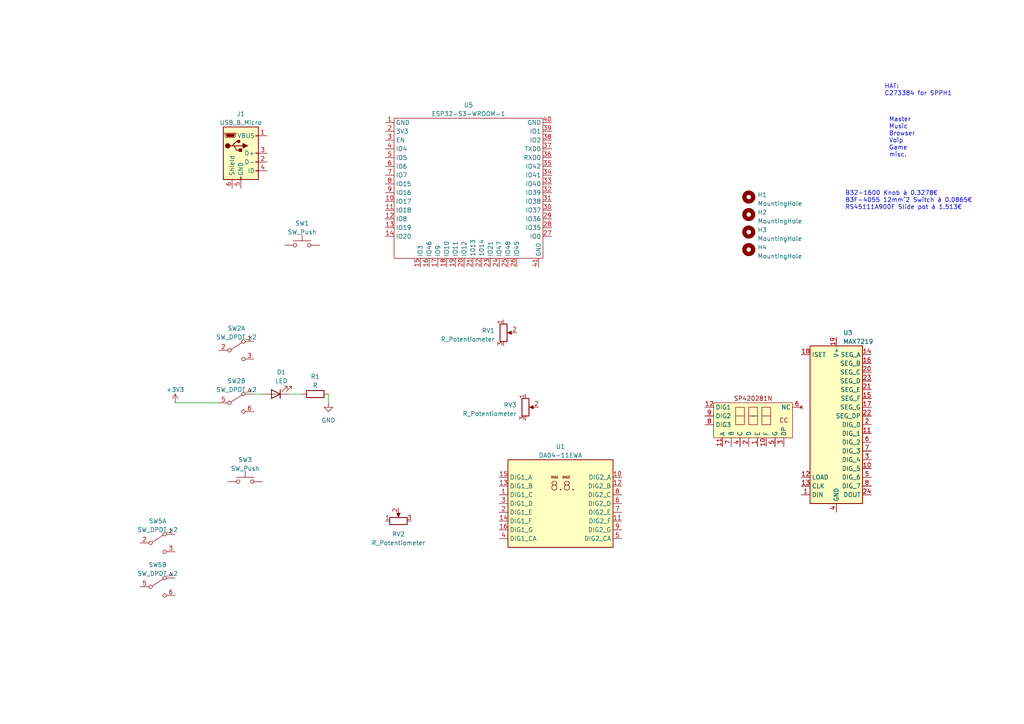
<source format=kicad_sch>
(kicad_sch (version 20230121) (generator eeschema)
  (paper "A4")
  (lib_symbols
    (symbol "Connector:USB_B_Micro" (pin_names (offset 1.016))
      (property "Reference" "J" (at -5.08 11.43 0))
      (property "Value" "USB_B_Micro" (at -5.08 8.89 0))
      (symbol "USB_B_Micro_0_1"
        (rectangle (start -5.08 -7.62) (end 5.08 7.62) (stroke (width 0.254)) (fill (type background)))
        (circle (center -3.81 2.159) (radius 0.635) (stroke (width 0.254)) (fill (type outline)))
        (circle (center -0.635 3.429) (radius 0.381) (stroke (width 0.254)) (fill (type outline)))
        (rectangle (start -0.127 -7.62) (end 0.127 -6.858))
        (polyline (pts (xy -1.905 2.159) (xy 0.635 2.159)) (stroke (width 0.254)))
        (polyline (pts (xy -3.175 2.159) (xy -2.54 2.159) (xy -1.27 3.429) (xy -0.635 3.429)) (stroke (width 0.254)))
        (polyline (pts (xy -2.54 2.159) (xy -1.905 2.159) (xy -1.27 0.889) (xy 0 0.889)) (stroke (width 0.254)))
        (polyline (pts (xy 0.635 2.794) (xy 0.635 1.524) (xy 1.905 2.159) (xy 0.635 2.794)) (stroke (width 0.254)) (fill (type outline)))
        (polyline (pts (xy -4.318 5.588) (xy -1.778 5.588) (xy -2.032 4.826) (xy -4.064 4.826) (xy -4.318 5.588)) (fill (type outline)))
        (polyline (pts (xy -4.699 5.842) (xy -4.699 5.588) (xy -4.445 4.826) (xy -4.445 4.572) (xy -1.651 4.572) (xy -1.651 4.826) (xy -1.397 5.588) (xy -1.397 5.842) (xy -4.699 5.842)))
        (rectangle (start 0.254 1.27) (end -0.508 0.508) (stroke (width 0.254)) (fill (type outline)))
        (rectangle (start 5.08 -5.207) (end 4.318 -4.953))
        (rectangle (start 5.08 -2.667) (end 4.318 -2.413))
        (rectangle (start 5.08 -0.127) (end 4.318 0.127))
        (rectangle (start 5.08 4.953) (end 4.318 5.207))
      )
      (symbol "USB_B_Micro_1_1"
        (pin power_out line (at 7.62 5.08 180) (length 2.54) (name "VBUS") (number "1"))
        (pin bidirectional line (at 7.62 -2.54 180) (length 2.54) (name "D-") (number "2"))
        (pin bidirectional line (at 7.62 0 180) (length 2.54) (name "D+") (number "3"))
        (pin passive line (at 7.62 -5.08 180) (length 2.54) (name "ID") (number "4"))
        (pin power_out line (at 0 -10.16 90) (length 2.54) (name "GND") (number "5"))
        (pin passive line (at -2.54 -10.16 90) (length 2.54) (name "Shield") (number "6"))
      )
    )
    (symbol "Device:LED" (pin_numbers hide) (pin_names (offset 1.016) hide)
      (property "Reference" "D" (at 0 2.54 0))
      (property "Value" "LED" (at 0 -2.54 0))
      (symbol "LED_0_1"
        (polyline (pts (xy -1.27 -1.27) (xy -1.27 1.27)) (stroke (width 0.254)))
        (polyline (pts (xy -1.27 0) (xy 1.27 0)))
        (polyline (pts (xy 1.27 -1.27) (xy 1.27 1.27) (xy -1.27 0) (xy 1.27 -1.27)) (stroke (width 0.254)))
        (polyline (pts (xy -3.048 -0.762) (xy -4.572 -2.286) (xy -3.81 -2.286) (xy -4.572 -2.286) (xy -4.572 -1.524)))
        (polyline (pts (xy -1.778 -0.762) (xy -3.302 -2.286) (xy -2.54 -2.286) (xy -3.302 -2.286) (xy -3.302 -1.524)))
      )
      (symbol "LED_1_1"
        (pin passive line (at -3.81 0 0) (length 2.54) (name "K") (number "1"))
        (pin passive line (at 3.81 0 180) (length 2.54) (name "A") (number "2"))
      )
    )
    (symbol "Device:R" (pin_numbers hide) (pin_names (offset 0))
      (property "Reference" "R" (at 2.032 0 90))
      (property "Value" "R" (at 0 0 90))
      (symbol "R_0_1"
        (rectangle (start -1.016 -2.54) (end 1.016 2.54) (stroke (width 0.254)))
      )
      (symbol "R_1_1"
        (pin passive line (at 0 3.81 270) (length 1.27) (name "~") (number "1"))
        (pin passive line (at 0 -3.81 90) (length 1.27) (name "~") (number "2"))
      )
    )
    (symbol "Device:R_Potentiometer" (pin_names (offset 1.016) hide)
      (property "Reference" "RV" (at -4.445 0 90))
      (property "Value" "R_Potentiometer" (at -2.54 0 90))
      (symbol "R_Potentiometer_0_1"
        (polyline (pts (xy 2.54 0) (xy 1.524 0)))
        (polyline (pts (xy 1.143 0) (xy 2.286 0.508) (xy 2.286 -0.508) (xy 1.143 0)) (fill (type outline)))
        (rectangle (start 1.016 2.54) (end -1.016 -2.54) (stroke (width 0.254)))
      )
      (symbol "R_Potentiometer_1_1"
        (pin passive line (at 0 3.81 270) (length 1.27) (name "1") (number "1"))
        (pin passive line (at 3.81 0 180) (length 1.27) (name "2") (number "2"))
        (pin passive line (at 0 -3.81 90) (length 1.27) (name "3") (number "3"))
      )
    )
    (symbol "Display_Character:DA04-11EWA"
      (property "Reference" "U" (at -13.97 13.97 0))
      (property "Value" "DA04-11EWA" (at 15.24 13.97 0))
      (symbol "DA04-11EWA_0_0"
        (text "8.8." (at 0.635 5.08 0) (effects (font (size 2.54 2.54))))
        (text "DIG1" (at -1.651 7.62 0) (effects (font (size 0.635 0.635))))
        (text "DIG2" (at 1.651 7.62 0) (effects (font (size 0.635 0.635))))
      )
      (symbol "DA04-11EWA_0_1"
        (rectangle (start -15.24 12.7) (end 15.24 -12.7) (stroke (width 0.254)) (fill (type background)))
      )
      (symbol "DA04-11EWA_1_1"
        (pin input line (at -17.78 2.54 0) (length 2.54) (name "DIG1_C") (number "1"))
        (pin input line (at 17.78 7.62 180) (length 2.54) (name "DIG2_A") (number "10"))
        (pin input line (at 17.78 -5.08 180) (length 2.54) (name "DIG2_F") (number "11"))
        (pin input line (at 17.78 5.08 180) (length 2.54) (name "DIG2_B") (number "12"))
        (pin input line (at -17.78 5.08 0) (length 2.54) (name "DIG1_B") (number "13"))
        (pin input line (at -17.78 -5.08 0) (length 2.54) (name "DIG1_F") (number "14"))
        (pin input line (at -17.78 7.62 0) (length 2.54) (name "DIG1_A") (number "15"))
        (pin input line (at -17.78 -7.62 0) (length 2.54) (name "DIG1_G") (number "16"))
        (pin input line (at -17.78 -2.54 0) (length 2.54) (name "DIG1_E") (number "2"))
        (pin input line (at -17.78 0 0) (length 2.54) (name "DIG1_D") (number "3"))
        (pin input line (at -17.78 -10.16 0) (length 2.54) (name "DIG1_CA") (number "4"))
        (pin input line (at 17.78 -10.16 180) (length 2.54) (name "DIG2_CA") (number "5"))
        (pin input line (at 17.78 0 180) (length 2.54) (name "DIG2_D") (number "6"))
        (pin input line (at 17.78 -2.54 180) (length 2.54) (name "DIG2_E") (number "7"))
        (pin input line (at 17.78 2.54 180) (length 2.54) (name "DIG2_C") (number "8"))
        (pin input line (at 17.78 -7.62 180) (length 2.54) (name "DIG2_G") (number "9"))
      )
    )
    (symbol "Display_Character:SP420281N"
      (property "Reference" "U" (at 0 7.62 0))
      (symbol "SP420281N_1_1"
        (rectangle (start -11.43 3.81) (end 11.43 -6.35) (fill (type background)))
        (rectangle (start -5.08 2.54) (end -2.54 -2.54))
        (rectangle (start -1.27 2.54) (end 1.27 -2.54))
        (polyline (pts (xy -5.08 0) (xy -2.54 0)))
        (polyline (pts (xy -1.27 0) (xy 1.27 0)))
        (polyline (pts (xy 2.54 0) (xy 5.08 0)))
        (rectangle (start 2.54 2.54) (end 5.08 -2.54))
        (text "CC" (at 8.89 -1.27 0) (effects (font (size 1.27 1.27))))
        (text "SP420281N" (at 0 5.08 0) (effects (font (size 1.27 1.27))))
        (pin input line (at 1.27 -8.89 90) (length 2.54) (name "E") (number "1"))
        (pin input line (at 3.81 -8.89 90) (length 2.54) (name "F") (number "10"))
        (pin input line (at -8.89 -8.89 90) (length 2.54) (name "A") (number "11"))
        (pin input line (at -13.97 2.54 0) (length 2.54) (name "DIG1") (number "12"))
        (pin input line (at -1.27 -8.89 90) (length 2.54) (name "D") (number "2"))
        (pin input line (at 8.89 -8.89 90) (length 2.54) (name "DP") (number "3"))
        (pin input line (at -3.81 -8.89 90) (length 2.54) (name "C") (number "4"))
        (pin input line (at 6.35 -8.89 90) (length 2.54) (name "G") (number "5"))
        (pin no_connect line (at 13.97 2.54 180) (length 2.54) (name "NC") (number "6"))
        (pin input line (at -6.35 -8.89 90) (length 2.54) (name "B") (number "7"))
        (pin input line (at -13.97 -2.54 0) (length 2.54) (name "DIG3") (number "8"))
        (pin input line (at -13.97 0 0) (length 2.54) (name "DIG2") (number "9"))
      )
    )
    (symbol "Driver_LED:MAX7219"
      (property "Reference" "U" (at -6.35 24.13 0))
      (property "Value" "MAX7219" (at 1.27 25.4 0))
      (symbol "MAX7219_0_1"
        (rectangle (start -7.62 22.86) (end 7.62 -22.86) (stroke (width 0.254)) (fill (type background)))
      )
      (symbol "MAX7219_1_1"
        (pin input line (at -10.16 -20.32 0) (length 2.54) (name "DIN") (number "1"))
        (pin output line (at 10.16 -12.7 180) (length 2.54) (name "DIG_5") (number "10"))
        (pin output line (at 10.16 -2.54 180) (length 2.54) (name "DIG_1") (number "11"))
        (pin input line (at -10.16 -15.24 0) (length 2.54) (name "LOAD") (number "12"))
        (pin input line (at -10.16 -17.78 0) (length 2.54) (name "CLK") (number "13"))
        (pin output line (at 10.16 20.32 180) (length 2.54) (name "SEG_A") (number "14"))
        (pin output line (at 10.16 7.62 180) (length 2.54) (name "SEG_F") (number "15"))
        (pin output line (at 10.16 17.78 180) (length 2.54) (name "SEG_B") (number "16"))
        (pin output line (at 10.16 5.08 180) (length 2.54) (name "SEG_G") (number "17"))
        (pin input line (at -10.16 20.32 0) (length 2.54) (name "ISET") (number "18"))
        (pin power_in line (at 0 25.4 270) (length 2.54) (name "V+") (number "19"))
        (pin output line (at 10.16 0 180) (length 2.54) (name "DIG_0") (number "2"))
        (pin output line (at 10.16 15.24 180) (length 2.54) (name "SEG_C") (number "20"))
        (pin output line (at 10.16 10.16 180) (length 2.54) (name "SEG_E") (number "21"))
        (pin output line (at 10.16 2.54 180) (length 2.54) (name "SEG_DP") (number "22"))
        (pin output line (at 10.16 12.7 180) (length 2.54) (name "SEG_D") (number "23"))
        (pin output line (at 10.16 -20.32 180) (length 2.54) (name "DOUT") (number "24"))
        (pin output line (at 10.16 -10.16 180) (length 2.54) (name "DIG_4") (number "3"))
        (pin power_in line (at 0 -25.4 90) (length 2.54) (name "GND") (number "4"))
        (pin output line (at 10.16 -15.24 180) (length 2.54) (name "DIG_6") (number "5"))
        (pin output line (at 10.16 -5.08 180) (length 2.54) (name "DIG_2") (number "6"))
        (pin output line (at 10.16 -7.62 180) (length 2.54) (name "DIG_3") (number "7"))
        (pin output line (at 10.16 -17.78 180) (length 2.54) (name "DIG_7") (number "8"))
        (pin passive line (at 0 -25.4 90) (length 2.54) hide (name "GND") (number "9"))
      )
    )
    (symbol "MCU_Espressif:ESP32-S3-WROOM-1"
      (property "Reference" "U" (at 0 1.27 0))
      (property "Value" "ESP32-S3-WROOM-1" (at 0 -1.27 0))
      (symbol "ESP32-S3-WROOM-1_0_1"
        (rectangle (start -21.59 2.54) (end 21.59 -38.1))
      )
      (symbol "ESP32-S3-WROOM-1_1_1"
        (pin unspecified line (at -24.13 1.27 0) (length 2.54) (name "GND") (number "1"))
        (pin unspecified line (at -24.13 -21.59 0) (length 2.54) (name "IO17") (number "10"))
        (pin unspecified line (at -24.13 -24.13 0) (length 2.54) (name "IO18") (number "11"))
        (pin unspecified line (at -24.13 -26.67 0) (length 2.54) (name "IO8") (number "12"))
        (pin unspecified line (at -24.13 -29.21 0) (length 2.54) (name "IO19") (number "13"))
        (pin unspecified line (at -24.13 -31.75 0) (length 2.54) (name "IO20") (number "14"))
        (pin unspecified line (at -13.97 -40.64 90) (length 2.54) (name "IO3") (number "15"))
        (pin unspecified line (at -11.43 -40.64 90) (length 2.54) (name "IO46") (number "16"))
        (pin unspecified line (at -8.89 -40.64 90) (length 2.54) (name "IO9") (number "17"))
        (pin unspecified line (at -6.35 -40.64 90) (length 2.54) (name "IO10") (number "18"))
        (pin unspecified line (at -3.81 -40.64 90) (length 2.54) (name "IO11") (number "19"))
        (pin unspecified line (at -24.13 -1.27 0) (length 2.54) (name "3V3") (number "2"))
        (pin unspecified line (at -1.27 -40.64 90) (length 2.54) (name "IO12") (number "20"))
        (pin unspecified line (at 1.27 -40.64 90) (length 2.54) (name "1013") (number "21"))
        (pin unspecified line (at 3.81 -40.64 90) (length 2.54) (name "1014") (number "22"))
        (pin unspecified line (at 6.35 -40.64 90) (length 2.54) (name "IO21") (number "23"))
        (pin unspecified line (at 8.89 -40.64 90) (length 2.54) (name "IO47") (number "24"))
        (pin unspecified line (at 11.43 -40.64 90) (length 2.54) (name "IO48") (number "25"))
        (pin unspecified line (at 13.97 -40.64 90) (length 2.54) (name "IO45") (number "26"))
        (pin unspecified line (at 24.13 -31.75 180) (length 2.54) (name "IO0") (number "27"))
        (pin unspecified line (at 24.13 -29.21 180) (length 2.54) (name "IO35") (number "28"))
        (pin unspecified line (at 24.13 -26.67 180) (length 2.54) (name "IO36") (number "29"))
        (pin unspecified line (at -24.13 -3.81 0) (length 2.54) (name "EN") (number "3"))
        (pin unspecified line (at 24.13 -24.13 180) (length 2.54) (name "IO37") (number "30"))
        (pin unspecified line (at 24.13 -21.59 180) (length 2.54) (name "IO38") (number "31"))
        (pin unspecified line (at 24.13 -19.05 180) (length 2.54) (name "IO39") (number "32"))
        (pin unspecified line (at 24.13 -16.51 180) (length 2.54) (name "IO40") (number "33"))
        (pin unspecified line (at 24.13 -13.97 180) (length 2.54) (name "IO41") (number "34"))
        (pin unspecified line (at 24.13 -11.43 180) (length 2.54) (name "IO42") (number "35"))
        (pin unspecified line (at 24.13 -8.89 180) (length 2.54) (name "RXD0") (number "36"))
        (pin unspecified line (at 24.13 -6.35 180) (length 2.54) (name "TXD0") (number "37"))
        (pin unspecified line (at 24.13 -3.81 180) (length 2.54) (name "IO2") (number "38"))
        (pin unspecified line (at 24.13 -1.27 180) (length 2.54) (name "IO1") (number "39"))
        (pin unspecified line (at -24.13 -6.35 0) (length 2.54) (name "IO4") (number "4"))
        (pin unspecified line (at 24.13 1.27 180) (length 2.54) (name "GND") (number "40"))
        (pin unspecified line (at 20.32 -40.64 90) (length 2.54) (name "GND") (number "41"))
        (pin unspecified line (at -24.13 -8.89 0) (length 2.54) (name "IO5") (number "5"))
        (pin unspecified line (at -24.13 -11.43 0) (length 2.54) (name "IO6") (number "6"))
        (pin unspecified line (at -24.13 -13.97 0) (length 2.54) (name "IO7") (number "7"))
        (pin unspecified line (at -24.13 -16.51 0) (length 2.54) (name "IO15") (number "8"))
        (pin unspecified line (at -24.13 -19.05 0) (length 2.54) (name "IO16") (number "9"))
      )
    )
    (symbol "Mechanical:MountingHole" (pin_names (offset 1.016))
      (property "Reference" "H" (at 0 5.08 0))
      (property "Value" "MountingHole" (at 0 3.175 0))
      (symbol "MountingHole_0_1"
        (circle (center 0 0) (radius 1.27) (stroke (width 1.27)))
      )
    )
    (symbol "Switch:SW_DPDT_x2" (pin_names (offset 0) hide)
      (property "Reference" "SW" (at 0 4.318 0))
      (property "Value" "SW_DPDT_x2" (at 0 -5.08 0))
      (symbol "SW_DPDT_x2_0_0"
        (circle (center -2.032 0) (radius 0.508))
        (circle (center 2.032 -2.54) (radius 0.508))
      )
      (symbol "SW_DPDT_x2_0_1"
        (polyline (pts (xy -1.524 0.254) (xy 1.651 2.286)))
        (circle (center 2.032 2.54) (radius 0.508))
      )
      (symbol "SW_DPDT_x2_1_1"
        (pin passive line (at 5.08 2.54 180) (length 2.54) (name "A") (number "1"))
        (pin passive line (at -5.08 0 0) (length 2.54) (name "B") (number "2"))
        (pin passive line (at 5.08 -2.54 180) (length 2.54) (name "C") (number "3"))
      )
      (symbol "SW_DPDT_x2_2_1"
        (pin passive line (at 5.08 2.54 180) (length 2.54) (name "A") (number "4"))
        (pin passive line (at -5.08 0 0) (length 2.54) (name "B") (number "5"))
        (pin passive line (at 5.08 -2.54 180) (length 2.54) (name "C") (number "6"))
      )
    )
    (symbol "Switch:SW_Push" (pin_numbers hide) (pin_names (offset 1.016) hide)
      (property "Reference" "SW" (at 1.27 2.54 0))
      (property "Value" "SW_Push" (at 0 -1.524 0))
      (symbol "SW_Push_0_1"
        (circle (center -2.032 0) (radius 0.508))
        (polyline (pts (xy 0 1.27) (xy 0 3.048)))
        (polyline (pts (xy 2.54 1.27) (xy -2.54 1.27)))
        (circle (center 2.032 0) (radius 0.508))
        (pin passive line (at -5.08 0 0) (length 2.54) (name "1") (number "1"))
        (pin passive line (at 5.08 0 180) (length 2.54) (name "2") (number "2"))
      )
    )
    (symbol "power:+3V3" (power) (pin_names (offset 0))
      (property "Value" "+3V3" (at 0 3.556 0))
      (symbol "+3V3_0_1"
        (polyline (pts (xy -0.762 1.27) (xy 0 2.54)))
        (polyline (pts (xy 0 0) (xy 0 2.54)))
        (polyline (pts (xy 0 2.54) (xy 0.762 1.27)))
      )
      (symbol "+3V3_1_1"
        (pin power_in line (at 0 0 90) (length 0) hide (name "+3V3") (number "1"))
      )
    )
    (symbol "power:GND" (power) (pin_names (offset 0))
      (property "Value" "GND" (at 0 -3.81 0))
      (symbol "GND_0_1"
        (polyline (pts (xy 0 0) (xy 0 -1.27) (xy 1.27 -1.27) (xy 0 -2.54) (xy -1.27 -1.27) (xy 0 -1.27)))
      )
      (symbol "GND_1_1"
        (pin power_in line (at 0 0 270) (length 0) hide (name "GND") (number "1"))
      )
    )
  )
  (wire (pts (xy 76.2 114.3) (xy 73.66 114.3)))
  (wire (pts (xy 87.63 114.3) (xy 83.82 114.3)))
  (wire (pts (xy 95.25 116.84) (xy 95.25 114.3)))
  (wire (pts (xy 50.8 116.84) (xy 63.5 116.84)))
  (text "B32-1600 Knob á 0.3278€\nB3F-4055 12mm^2 Switch á 0.0865€\nRS45111A900F Slide pot á 1.513€" (at 245.11 60.96 0) (effects (font (size 1.27 1.27)) (justify left bottom)))
  (text "HAT:\nC273384 for SPPH1\n" (at 256.54 27.94 0) (effects (font (size 1.27 1.27)) (justify left bottom)))
  (text "Master\nMusic\nBrowser\nVoip\nGame\nmisc." (at 257.81 45.72 0) (effects (font (size 1.27 1.27)) (justify left bottom)))
  (symbol (lib_id "Switch:SW_Push") (at 71.12 139.7 0) (unit 1)
    (property "Reference" "SW3" (at 71.12 133.35 0))
    (property "Value" "SW_Push" (at 71.12 135.89 0))
    (property "Footprint" "Button_Switch_THT:B3F-4055 with knob" (effects hide))
  )
  (symbol (lib_id "Switch:SW_DPDT_x2") (at 68.58 116.84 0) (unit 2)
    (property "Reference" "SW2" (at 68.58 110.49 0))
    (property "Value" "SW_DPDT_x2" (at 68.58 113.03 0))
    (property "Footprint" "Button_Switch_THT:SPPH110900" (effects hide))
  )
  (symbol (lib_id "Display_Character:SP420281N") (at 218.44 120.65 0) (unit 1)
    (property "Reference" "U2" (effects hide))
    (property "Value" "~" (at 218.44 120.65 0))
    (property "Footprint" "Display_7Segment:SP420281N" (effects hide))
  )
  (symbol (lib_id "Device:R_Potentiometer") (at 152.4 118.11 0) (unit 1)
    (property "Reference" "RV3" (at 149.86 117.475 0) (effects (justify right)))
    (property "Value" "R_Potentiometer" (at 149.86 120.015 0) (effects (justify right)))
    (property "Footprint" "Potentiometer_THT:RK09D1130C2P" (effects hide))
  )
  (symbol (lib_id "Mechanical:MountingHole") (at 217.17 67.31 0) (unit 1)
    (property "Reference" "H3" (at 219.71 66.675 0) (effects (justify left)))
    (property "Value" "MountingHole" (at 219.71 69.215 0) (effects (justify left)))
    (property "Footprint" "MountingHole:M3spacer9mm" (effects hide))
  )
  (symbol (lib_id "Mechanical:MountingHole") (at 217.17 57.15 0) (unit 1)
    (property "Reference" "H1" (at 219.71 56.515 0) (effects (justify left)))
    (property "Value" "MountingHole" (at 219.71 59.055 0) (effects (justify left)))
    (property "Footprint" "MountingHole:M3spacer9mm" (effects hide))
  )
  (symbol (lib_id "Switch:SW_DPDT_x2") (at 68.58 101.6 0) (unit 1)
    (property "Reference" "SW2" (at 68.58 95.25 0))
    (property "Value" "SW_DPDT_x2" (at 68.58 97.79 0))
    (property "Footprint" "Button_Switch_THT:SPPH110900" (effects hide))
  )
  (symbol (lib_id "power:GND") (at 95.25 116.84 0) (unit 1)
    (property "Reference" "#PWR02" (effects hide))
    (property "Value" "GND" (at 95.25 121.92 0))
  )
  (symbol (lib_id "Mechanical:MountingHole") (at 217.17 72.39 0) (unit 1)
    (property "Reference" "H4" (at 219.71 71.755 0) (effects (justify left)))
    (property "Value" "MountingHole" (at 219.71 74.295 0) (effects (justify left)))
    (property "Footprint" "MountingHole:M3spacer9mm" (effects hide))
  )
  (symbol (lib_id "Mechanical:MountingHole") (at 217.17 62.23 0) (unit 1)
    (property "Reference" "H2" (at 219.71 61.595 0) (effects (justify left)))
    (property "Value" "MountingHole" (at 219.71 64.135 0) (effects (justify left)))
    (property "Footprint" "MountingHole:M3spacer9mm" (effects hide))
  )
  (symbol (lib_id "Driver_LED:MAX7219") (at 242.57 123.19 0) (unit 1)
    (property "Reference" "U3" (at 244.5259 96.52 0) (effects (justify left)))
    (property "Value" "MAX7219" (at 244.5259 99.06 0) (effects (justify left)))
    (property "Footprint" "Package_SO:SOIC-24W_7.5x15.4mm_P1.27mm" (effects hide))
    (property "Datasheet" "https://datasheets.maximintegrated.com/en/ds/MAX7219-MAX7221.pdf" (effects hide))
  )
  (symbol (lib_id "power:+3V3") (at 50.8 116.84 0) (unit 1)
    (property "Reference" "#PWR01" (effects hide))
    (property "Value" "+3V3" (at 50.8 113.03 0))
  )
  (symbol (lib_id "Switch:SW_DPDT_x2") (at 45.72 170.18 0) (unit 2)
    (property "Reference" "SW5" (at 45.72 163.83 0))
    (property "Value" "SW_DPDT_x2" (at 45.72 166.37 0))
    (property "Footprint" "Button_Switch_THT:SPEF110100" (effects hide))
  )
  (symbol (lib_id "Switch:SW_Push") (at 87.63 71.12 0) (unit 1)
    (property "Reference" "SW1" (at 87.63 64.77 0))
    (property "Value" "SW_Push" (at 87.63 67.31 0))
    (property "Footprint" "Button_Switch_THT:SKHHCWA010" (effects hide))
  )
  (symbol (lib_id "Switch:SW_DPDT_x2") (at 45.72 157.48 0) (unit 1)
    (property "Reference" "SW5" (at 45.72 151.13 0))
    (property "Value" "SW_DPDT_x2" (at 45.72 153.67 0))
    (property "Footprint" "Button_Switch_THT:SPEF110100" (effects hide))
  )
  (symbol (lib_id "MCU_Espressif:ESP32-S3-WROOM-1") (at 135.89 36.83 0) (unit 1)
    (property "Reference" "U5" (at 135.89 30.48 0))
    (property "Value" "ESP32-S3-WROOM-1" (at 135.89 33.02 0))
    (property "Footprint" "Package_QFP:ESP32-S3-WROOM-1" (effects hide))
  )
  (symbol (lib_id "Display_Character:DA04-11EWA") (at 162.56 146.05 0) (unit 1)
    (property "Reference" "U1" (at 162.56 129.54 0))
    (property "Value" "DA04-11EWA" (at 162.56 132.08 0))
    (property "Footprint" "Display_7Segment:FJS-2281" (effects hide))
    (property "Datasheet" "http://www.kingbrightusa.com/images/catalog/SPEC/DA04-11EWA.pdf" (effects hide))
  )
  (symbol (lib_id "Device:R") (at 91.44 114.3 90) (mirror x) (unit 1)
    (property "Reference" "R1" (at 91.44 109.22 90))
    (property "Value" "R" (at 91.44 111.76 90))
    (property "Footprint" "Resistor_SMD:R_0805_2012Metric_Pad1.20x1.40mm_HandSolder" (effects hide))
  )
  (symbol (lib_id "Device:R_Potentiometer") (at 115.57 151.13 90) (unit 1)
    (property "Reference" "RV2" (at 115.57 154.94 90))
    (property "Value" "R_Potentiometer" (at 115.57 157.48 90))
    (property "Footprint" "Potentiometer_THT:RS45111A900F" (effects hide))
  )
  (symbol (lib_id "Device:R_Potentiometer") (at 146.05 96.52 0) (unit 1)
    (property "Reference" "RV1" (at 143.51 95.885 0) (effects (justify right)))
    (property "Value" "R_Potentiometer" (at 143.51 98.425 0) (effects (justify right)))
    (property "Footprint" "Potentiometer_THT:RK09K1130AST" (effects hide))
  )
  (symbol (lib_id "Device:LED") (at 80.01 114.3 180) (unit 1)
    (property "Reference" "D1" (at 81.5975 107.95 0))
    (property "Value" "LED" (at 81.5975 110.49 0))
    (property "Footprint" "LED_THT:LED_D3.0mm" (effects hide))
  )
  (symbol (lib_id "Connector:USB_B_Micro") (at 69.85 44.45 0) (unit 1)
    (property "Reference" "J1" (at 69.85 33.02 0))
    (property "Value" "USB_B_Micro" (at 69.85 35.56 0))
    (property "Footprint" "Connector_USB:USB_Micro-B_XKB_U254-051T-4BH83-F1S" (effects hide))
    (property "Field4" "C397452" (effects hide))
  )
)
</source>
